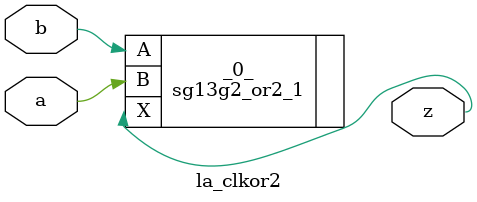
<source format=v>

/* Generated by Yosys 0.44 (git sha1 80ba43d26, g++ 11.4.0-1ubuntu1~22.04 -fPIC -O3) */

(* top =  1  *)
(* src = "generated" *)
module la_clkor2 (
    a,
    b,
    z
);
  (* src = "generated" *)
  input a;
  wire a;
  (* src = "generated" *)
  input b;
  wire b;
  (* src = "generated" *)
  output z;
  wire z;
  sg13g2_or2_1 _0_ (
      .A(b),
      .B(a),
      .X(z)
  );
endmodule

</source>
